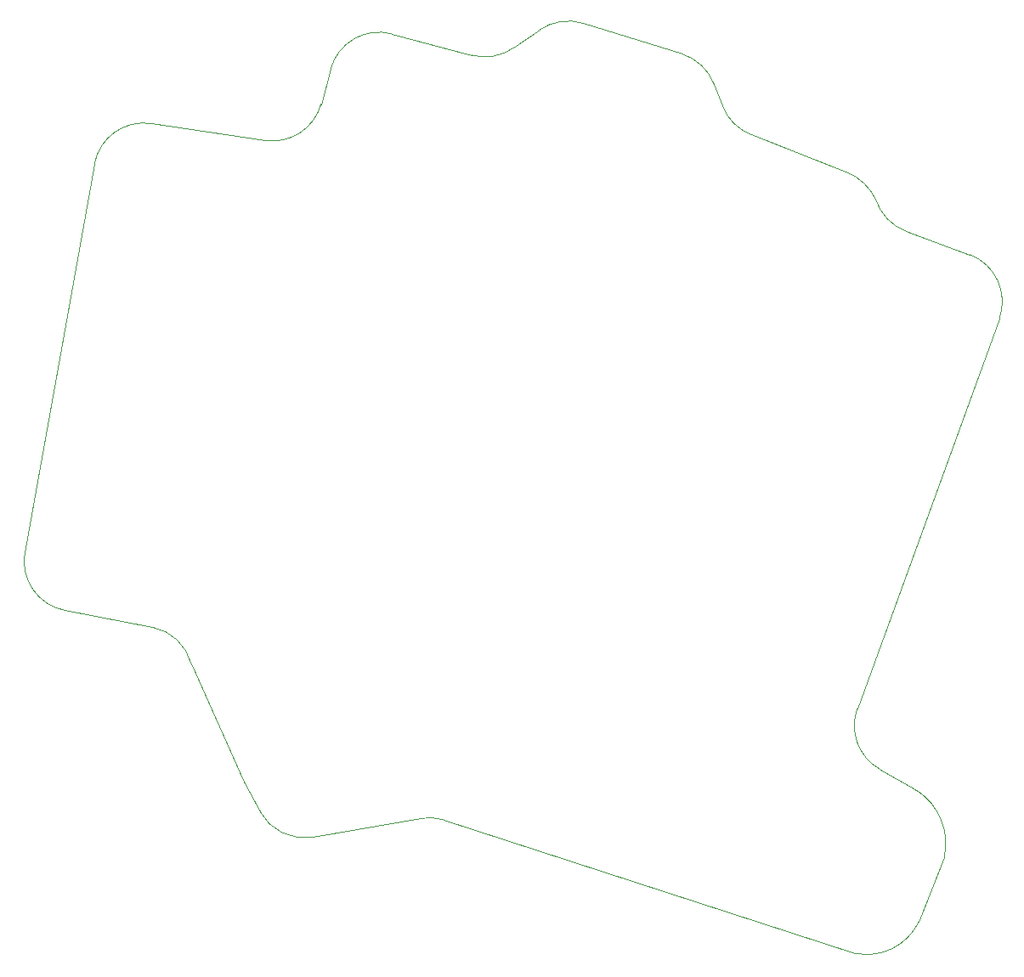
<source format=gbr>
%TF.GenerationSoftware,KiCad,Pcbnew,7.0.5*%
%TF.CreationDate,2023-06-17T18:46:36+04:00*%
%TF.ProjectId,KBD,4b42442e-6b69-4636-9164-5f7063625858,rev?*%
%TF.SameCoordinates,Original*%
%TF.FileFunction,Profile,NP*%
%FSLAX46Y46*%
G04 Gerber Fmt 4.6, Leading zero omitted, Abs format (unit mm)*
G04 Created by KiCad (PCBNEW 7.0.5) date 2023-06-17 18:46:36*
%MOMM*%
%LPD*%
G01*
G04 APERTURE LIST*
%TA.AperFunction,Profile*%
%ADD10C,0.100000*%
%TD*%
G04 APERTURE END LIST*
D10*
X220409467Y-106745077D02*
G75*
G03*
X222672511Y-112823154I4698033J-1711123D01*
G01*
X182017767Y-41652652D02*
G75*
G03*
X186152136Y-40932415I1288333J4830952D01*
G01*
X226535587Y-128008855D02*
X229073074Y-121593943D01*
X222251451Y-56048275D02*
G75*
G03*
X219275779Y-53275694I-5001851J-2385125D01*
G01*
X154044496Y-102307185D02*
G75*
G03*
X150148204Y-98651858I-4839896J-1254715D01*
G01*
X174045710Y-39526720D02*
G75*
G03*
X167936241Y-43032584I-1288310J-4831180D01*
G01*
X144395967Y-52525127D02*
X137471775Y-91188530D01*
X137471853Y-91188544D02*
G75*
G03*
X141449782Y-96980088I4921647J-881456D01*
G01*
X141449782Y-96980089D02*
X150148204Y-98651858D01*
X166130405Y-119567865D02*
X176900001Y-117714082D01*
X206961409Y-46694146D02*
G75*
G03*
X209799865Y-49553012I4666791J1794946D01*
G01*
X202936742Y-41529920D02*
X193077258Y-38470080D01*
X226363535Y-114943539D02*
X226014194Y-114686490D01*
X222251409Y-56048289D02*
G75*
G03*
X225225666Y-59164654I4679891J1488989D01*
G01*
X161420273Y-50148030D02*
X150051715Y-48460725D01*
X231588084Y-61521105D02*
X225225666Y-59164654D01*
X167936240Y-43032584D02*
X166975475Y-46527542D01*
X206121483Y-44510341D02*
G75*
G03*
X202936742Y-41529920I-4666683J-1794859D01*
G01*
X226014194Y-114686490D02*
X222672511Y-112823155D01*
X150051715Y-48460726D02*
G75*
G03*
X144395967Y-52525127I-734015J-4945874D01*
G01*
X182017773Y-41652630D02*
X174045703Y-39526745D01*
X220161800Y-131151799D02*
G75*
G03*
X226535587Y-128008855I1193800J5613399D01*
G01*
X154044498Y-102307184D02*
X159305432Y-114076913D01*
X193077267Y-38470049D02*
G75*
G03*
X188749213Y-39134441I-1481967J-4775351D01*
G01*
X161420280Y-50147981D02*
G75*
G03*
X166975475Y-46527542I734020J4945881D01*
G01*
X179212997Y-117860996D02*
X220161800Y-131151800D01*
X220409457Y-106745073D02*
X234549613Y-67920947D01*
X188749212Y-39134440D02*
X186152136Y-40932416D01*
X234549546Y-67920923D02*
G75*
G03*
X231588084Y-61521105I-4698046J1711123D01*
G01*
X160876515Y-117004570D02*
G75*
G03*
X166130405Y-119567865I4405685J2364170D01*
G01*
X219275779Y-53275693D02*
X209799865Y-49553012D01*
X159305432Y-114076913D02*
X160876506Y-117004575D01*
X229073074Y-121593943D02*
G75*
G03*
X226363535Y-114943539I-6168074J1364143D01*
G01*
X206961399Y-46694150D02*
X206121474Y-44510345D01*
X179212999Y-117860990D02*
G75*
G03*
X176900001Y-117714083I-1464799J-4780610D01*
G01*
M02*

</source>
